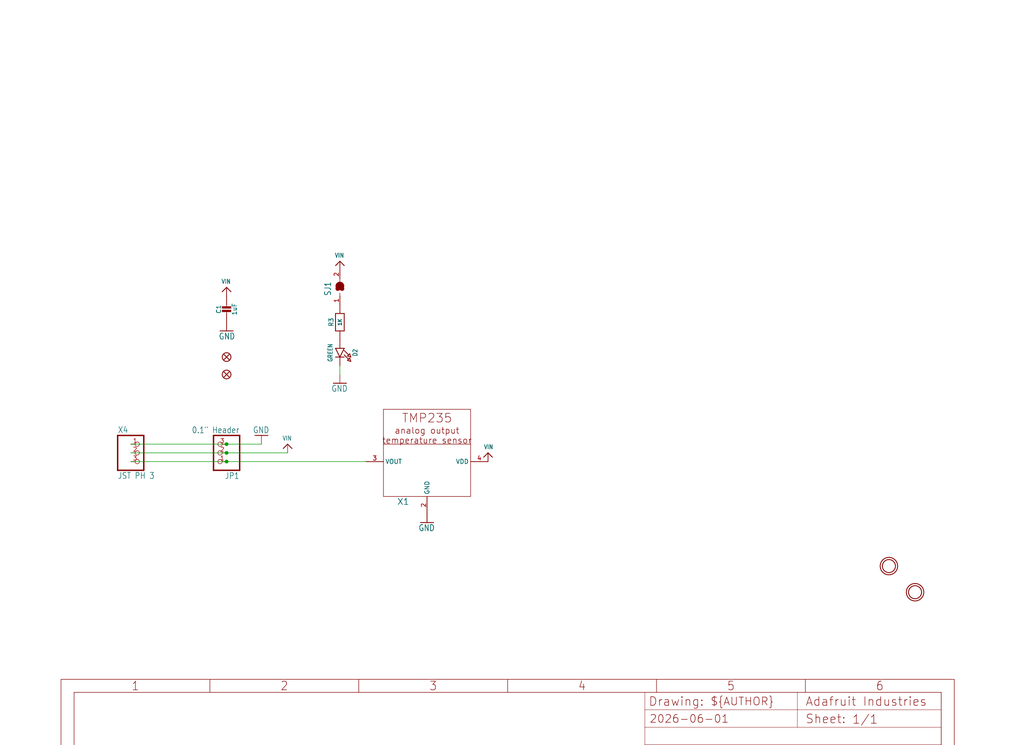
<source format=kicad_sch>
(kicad_sch (version 20230121) (generator eeschema)
  (paper "User" 298.45 217.322)
  (lib_symbols
    (symbol "working-eagle-import:CAP_CERAMIC0805-NOOUTLINE"
      (property "Reference" "C" (at -2.29 1.25 90))
      (symbol "CAP_CERAMIC0805-NOOUTLINE_1_0"
        (pin passive line (at 0 5.08 270) (length 2.54) (name "1") (number "1"))
        (pin passive line (at 0 -2.54 90) (length 2.54) (name "2") (number "2"))
      )
    )
    (symbol "working-eagle-import:CON_JST_PH_3PIN"
      (property "Reference" "X" (at -6.35 5.715 0))
      (symbol "CON_JST_PH_3PIN_1_0"
        (pin passive inverted (at -2.54 2.54 0) (length 2.54) (name "1") (number "1"))
        (pin passive inverted (at -2.54 0 0) (length 2.54) (name "2") (number "2"))
        (pin passive inverted (at -2.54 -2.54 0) (length 2.54) (name "3") (number "3"))
      )
    )
    (symbol "working-eagle-import:FIDUCIAL_1MM")
    (symbol "working-eagle-import:FRAME_A4_ADAFRUIT"
      (symbol "FRAME_A4_ADAFRUIT_1_0"
        (text "${#}/${##}" (at 230.505 10.16 0) (effects (font (size 2.54 2.54)) (justify left bottom)))
        (text "${AUTHOR}" (at 189.23 5.08 0) (effects (font (size 2.286 2.286)) (justify left bottom)))
        (text "${CURRENT_DATE}" (at 171.45 10.16 0) (effects (font (size 2.286 2.286)) (justify left bottom)))
        (text "${PROJECTNAME}" (at 171.45 15.24 0) (effects (font (size 2.54 2.54)) (justify left bottom)))
        (text "1" (at 21.6958 1.905 0) (effects (font (size 2.54 2.286))))
        (text "1" (at 21.6958 177.165 0) (effects (font (size 2.54 2.286))))
        (text "2" (at 65.0875 1.905 0) (effects (font (size 2.54 2.286))))
        (text "2" (at 65.0875 177.165 0) (effects (font (size 2.54 2.286))))
        (text "3" (at 108.4792 1.905 0) (effects (font (size 2.54 2.286))))
        (text "3" (at 108.4792 177.165 0) (effects (font (size 2.54 2.286))))
        (text "4" (at 151.8708 1.905 0) (effects (font (size 2.54 2.286))))
        (text "4" (at 151.8708 177.165 0) (effects (font (size 2.54 2.286))))
        (text "5" (at 195.2625 1.905 0) (effects (font (size 2.54 2.286))))
        (text "5" (at 195.2625 177.165 0) (effects (font (size 2.54 2.286))))
        (text "6" (at 238.6542 1.905 0) (effects (font (size 2.54 2.286))))
        (text "6" (at 238.6542 177.165 0) (effects (font (size 2.54 2.286))))
        (text "A" (at 1.905 156.6863 0) (effects (font (size 2.54 2.286))))
        (text "A" (at 258.445 156.6863 0) (effects (font (size 2.54 2.286))))
        (text "Adafruit Industries" (at 216.916 4.953 0) (effects (font (size 2.54 2.54)) (justify left bottom)))
        (text "B" (at 1.905 111.9188 0) (effects (font (size 2.54 2.286))))
        (text "B" (at 258.445 111.9188 0) (effects (font (size 2.54 2.286))))
        (text "C" (at 1.905 67.1513 0) (effects (font (size 2.54 2.286))))
        (text "C" (at 258.445 67.1513 0) (effects (font (size 2.54 2.286))))
        (text "D" (at 1.905 22.3838 0) (effects (font (size 2.54 2.286))))
        (text "D" (at 258.445 22.3838 0) (effects (font (size 2.54 2.286))))
        (text "Drawing:" (at 171.196 4.953 0) (effects (font (size 2.54 2.54)) (justify left bottom)))
        (text "Sheet:" (at 216.916 10.033 0) (effects (font (size 2.54 2.54)) (justify left bottom)))
      )
    )
    (symbol "working-eagle-import:GND" (power)
      (property "Value" "GND" (at -2.54 -2.54 0))
      (symbol "GND_1_0"
        (pin power_in line (at 0 2.54 270) (length 2.54) (name "GND") (number "1"))
      )
    )
    (symbol "working-eagle-import:HEADER-1X3"
      (property "Reference" "JP" (at -6.35 5.715 0))
      (symbol "HEADER-1X3_1_0"
        (pin passive inverted (at -2.54 2.54 0) (length 2.54) (name "1") (number "1"))
        (pin passive inverted (at -2.54 0 0) (length 2.54) (name "2") (number "2"))
        (pin passive inverted (at -2.54 -2.54 0) (length 2.54) (name "3") (number "3"))
      )
    )
    (symbol "working-eagle-import:LED0805_NOOUTLINE"
      (property "Reference" "D" (at -1.27 4.445 0))
      (symbol "LED0805_NOOUTLINE_1_0"
        (pin passive line (at -5.08 0 0) (length 2.54) (name "A") (number "A"))
        (pin passive line (at 2.54 0 180) (length 2.54) (name "C") (number "C"))
      )
    )
    (symbol "working-eagle-import:MOUNTINGHOLE2.5")
    (symbol "working-eagle-import:RESISTOR_0603_NOOUT"
      (property "Reference" "R" (at 0 2.54 0))
      (symbol "RESISTOR_0603_NOOUT_1_0"
        (pin passive line (at -5.08 0 0) (length 2.54) (name "1") (number "1"))
        (pin passive line (at 5.08 0 180) (length 2.54) (name "2") (number "2"))
      )
    )
    (symbol "working-eagle-import:SOLDERJUMPER_CLOSED"
      (property "Reference" "SJ" (at -2.54 2.54 0))
      (symbol "SOLDERJUMPER_CLOSED_1_0"
        (pin passive line (at -5.08 0 0) (length 2.54) (name "1") (number "1"))
        (pin passive line (at 5.08 0 180) (length 2.54) (name "2") (number "2"))
      )
    )
    (symbol "working-eagle-import:TMP235_DCKR"
      (property "Reference" "X" (at 5.08 -15.24 0))
      (symbol "TMP235_DCKR_1_0"
        (text "analog output\ntemperature sensor" (at 0 5.08 0) (effects (font (size 1.778 1.778))))
        (text "TMP235" (at 0 10.16 0) (effects (font (size 2.54 2.54))))
        (pin power_in line (at 0 -17.78 90) (length 5.08) (name "GND") (number "2"))
        (pin output line (at 17.78 -2.54 180) (length 5.08) (name "VOUT") (number "3"))
        (pin power_in line (at -17.78 -2.54 0) (length 5.08) (name "VDD") (number "4"))
      )
    )
    (symbol "working-eagle-import:VIN" (power)
      (property "Value" "VIN" (at -1.524 1.016 0))
      (symbol "VIN_1_0"
        (pin power_in line (at 0 -2.54 90) (length 2.54) (name "VIN") (number "1"))
      )
    )
  )
  (junction (at 66.04 132.08))
  (junction (at 66.04 134.62))
  (junction (at 66.04 129.54))
  (wire (pts (xy 66.04 134.62) (xy 106.68 134.62)) (stroke (width 0.1524)))
  (wire (pts (xy 99.06 109.22) (xy 99.06 106.68)) (stroke (width 0.1524)))
  (wire (pts (xy 38.1 129.54) (xy 66.04 129.54)) (stroke (width 0.1524)))
  (wire (pts (xy 76.2 129.54) (xy 66.04 129.54)) (stroke (width 0.1524)))
  (wire (pts (xy 38.1 134.62) (xy 66.04 134.62)) (stroke (width 0.1524)))
  (wire (pts (xy 83.82 132.08) (xy 66.04 132.08)) (stroke (width 0.1524)))
  (wire (pts (xy 66.04 132.08) (xy 38.1 132.08)) (stroke (width 0.1524)))
  (symbol (lib_id "working-eagle-import:VIN") (at 83.82 129.54 0) (unit 1)
    (property "Reference" "#U$06" (effects hide))
    (property "Value" "VIN" (at 82.296 128.524 0) (effects (font (size 1.27 1.0795)) (justify left bottom)))
  )
  (symbol (lib_id "working-eagle-import:LED0805_NOOUTLINE") (at 99.06 104.14 270) (unit 1)
    (property "Reference" "D2" (at 103.505 102.87 0) (effects (font (size 1.27 1.0795))))
    (property "Value" "GREEN" (at 96.266 102.87 0) (effects (font (size 1.27 1.0795))))
    (property "Footprint" "working:CHIPLED_0805_NOOUTLINE" (effects hide))
  )
  (symbol (lib_id "working-eagle-import:GND") (at 99.06 111.76 0) (unit 1)
    (property "Reference" "#GND04" (effects hide))
    (property "Value" "GND" (at 96.52 114.3 0) (effects (font (size 1.778 1.5113)) (justify left bottom)))
  )
  (symbol (lib_id "working-eagle-import:FIDUCIAL_1MM") (at 66.04 109.22 0) (unit 1)
    (property "Reference" "FID2" (effects hide))
    (property "Value" "FIDUCIAL_1MM" (effects hide))
    (property "Footprint" "working:FIDUCIAL_1MM" (effects hide))
  )
  (symbol (lib_id "working-eagle-import:FRAME_A4_ADAFRUIT") (at 17.78 198.12 0) (mirror x) (unit 1)
    (property "Reference" "#U$4" (effects hide))
    (property "Value" "FRAME_A4_ADAFRUIT" (effects hide))
  )
  (symbol (lib_id "working-eagle-import:GND") (at 76.2 127 0) (mirror x) (unit 1)
    (property "Reference" "#GND03" (effects hide))
    (property "Value" "GND" (at 73.66 124.46 0) (effects (font (size 1.778 1.5113)) (justify left bottom)))
  )
  (symbol (lib_id "working-eagle-import:RESISTOR_0603_NOOUT") (at 99.06 93.98 90) (unit 1)
    (property "Reference" "R3" (at 96.52 93.98 0))
    (property "Value" "1K" (at 99.06 93.98 0) (effects (font (size 1.016 1.016) bold)))
    (property "Footprint" "working:0603-NO" (effects hide))
  )
  (symbol (lib_id "working-eagle-import:GND") (at 124.46 152.4 0) (unit 1)
    (property "Reference" "#GND01" (effects hide))
    (property "Value" "GND" (at 121.92 154.94 0) (effects (font (size 1.778 1.5113)) (justify left bottom)))
  )
  (symbol (lib_id "working-eagle-import:MOUNTINGHOLE2.5") (at 259.08 165.1 0) (unit 1)
    (property "Reference" "U$8" (effects hide))
    (property "Value" "MOUNTINGHOLE2.5" (effects hide))
    (property "Footprint" "working:MOUNTINGHOLE_2.5_PLATED" (effects hide))
  )
  (symbol (lib_id "working-eagle-import:GND") (at 66.04 96.52 0) (mirror y) (unit 1)
    (property "Reference" "#GND02" (effects hide))
    (property "Value" "GND" (at 68.58 99.06 0) (effects (font (size 1.778 1.5113)) (justify left bottom)))
  )
  (symbol (lib_id "working-eagle-import:VIN") (at 142.24 132.08 0) (mirror y) (unit 1)
    (property "Reference" "#U$03" (effects hide))
    (property "Value" "VIN" (at 143.764 131.064 0) (effects (font (size 1.27 1.0795)) (justify left bottom)))
  )
  (symbol (lib_id "working-eagle-import:VIN") (at 66.04 83.82 0) (unit 1)
    (property "Reference" "#U$011" (effects hide))
    (property "Value" "VIN" (at 64.516 82.804 0) (effects (font (size 1.27 1.0795)) (justify left bottom)))
  )
  (symbol (lib_id "working-eagle-import:FIDUCIAL_1MM") (at 66.04 104.14 0) (unit 1)
    (property "Reference" "FID3" (effects hide))
    (property "Value" "FIDUCIAL_1MM" (effects hide))
    (property "Footprint" "working:FIDUCIAL_1MM" (effects hide))
  )
  (symbol (lib_id "working-eagle-import:MOUNTINGHOLE2.5") (at 266.7 172.72 0) (unit 1)
    (property "Reference" "U$1" (effects hide))
    (property "Value" "MOUNTINGHOLE2.5" (effects hide))
    (property "Footprint" "working:MOUNTINGHOLE_2.5_PLATED" (effects hide))
  )
  (symbol (lib_id "working-eagle-import:CON_JST_PH_3PIN") (at 40.64 132.08 0) (unit 1)
    (property "Reference" "X4" (at 34.29 126.365 0) (effects (font (size 1.778 1.5113)) (justify left bottom)))
    (property "Value" "JST PH 3" (at 34.29 139.7 0) (effects (font (size 1.778 1.5113)) (justify left bottom)))
    (property "Footprint" "working:JSTPH3" (effects hide))
  )
  (symbol (lib_id "working-eagle-import:HEADER-1X3") (at 63.5 132.08 180) (unit 1)
    (property "Reference" "JP1" (at 69.85 137.795 0) (effects (font (size 1.778 1.5113)) (justify left bottom)))
    (property "Value" "0.1\" Header" (at 69.85 124.46 0) (effects (font (size 1.778 1.5113)) (justify left bottom)))
    (property "Footprint" "working:1X03_OVAL" (effects hide))
  )
  (symbol (lib_id "working-eagle-import:CAP_CERAMIC0805-NOOUTLINE") (at 66.04 91.44 0) (unit 1)
    (property "Reference" "C1" (at 63.75 90.19 90))
    (property "Value" "1uF" (at 68.34 90.19 90))
    (property "Footprint" "working:0805-NO" (effects hide))
  )
  (symbol (lib_id "working-eagle-import:TMP235_DCKR") (at 124.46 132.08 0) (mirror y) (unit 1)
    (property "Reference" "X1" (at 119.38 147.32 0) (effects (font (size 1.778 1.778)) (justify left bottom)))
    (property "Value" "TMP235_DCKR" (effects hide))
    (property "Footprint" "working:SC70-5" (effects hide))
  )
  (symbol (lib_id "working-eagle-import:SOLDERJUMPER_CLOSED") (at 99.06 83.82 90) (unit 1)
    (property "Reference" "SJ1" (at 96.52 86.36 0) (effects (font (size 1.778 1.5113)) (justify left bottom)))
    (property "Value" "SOLDERJUMPER_CLOSED" (effects hide))
    (property "Footprint" "working:SOLDERJUMPER_CLOSEDWIRE" (effects hide))
  )
  (symbol (lib_id "working-eagle-import:VIN") (at 99.06 76.2 0) (unit 1)
    (property "Reference" "#U$02" (effects hide))
    (property "Value" "VIN" (at 97.536 75.184 0) (effects (font (size 1.27 1.0795)) (justify left bottom)))
  )
)
</source>
